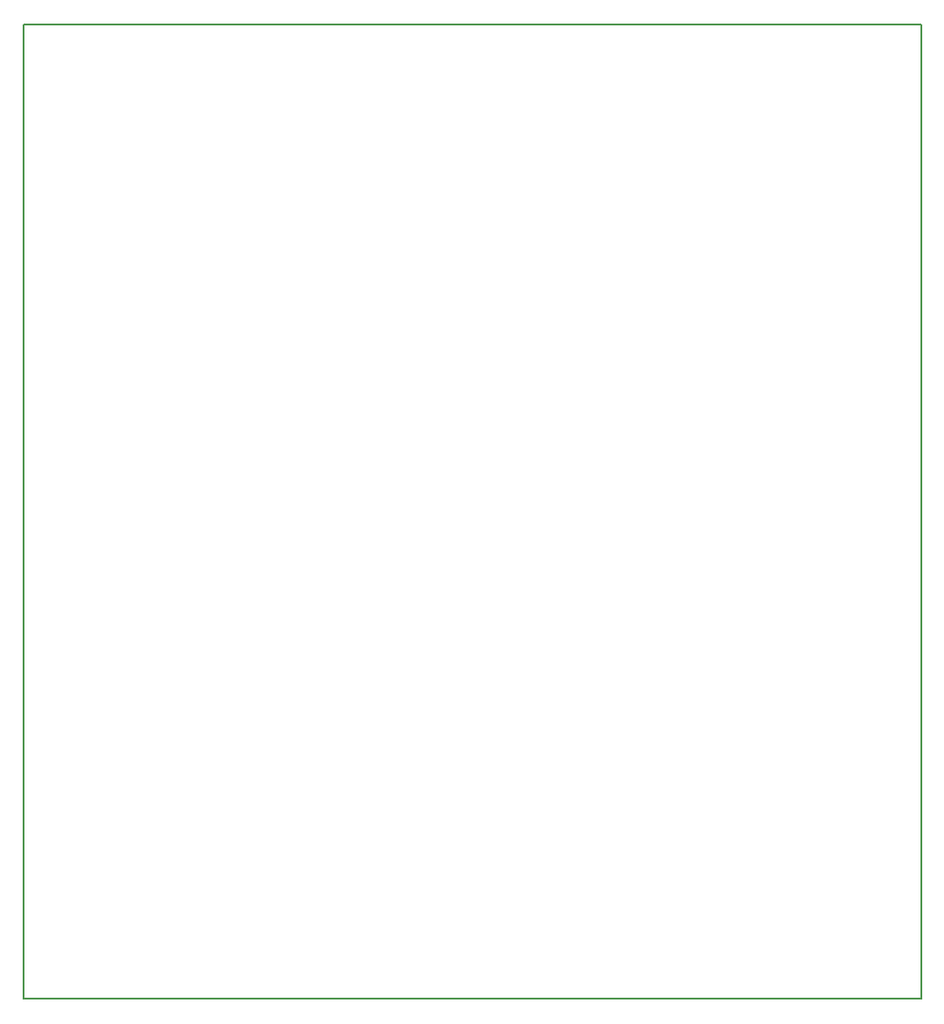
<source format=gbr>
G04 #@! TF.GenerationSoftware,KiCad,Pcbnew,5.1.5-52549c5~84~ubuntu18.04.1*
G04 #@! TF.CreationDate,2020-01-17T22:36:35+01:00*
G04 #@! TF.ProjectId,VFD,5646442e-6b69-4636-9164-5f7063625858,rev?*
G04 #@! TF.SameCoordinates,Original*
G04 #@! TF.FileFunction,Profile,NP*
%FSLAX46Y46*%
G04 Gerber Fmt 4.6, Leading zero omitted, Abs format (unit mm)*
G04 Created by KiCad (PCBNEW 5.1.5-52549c5~84~ubuntu18.04.1) date 2020-01-17 22:36:35*
%MOMM*%
%LPD*%
G04 APERTURE LIST*
%ADD10C,0.150000*%
G04 APERTURE END LIST*
D10*
X283337000Y-34036000D02*
X283337000Y-124968000D01*
X199517000Y-34036000D02*
X283337000Y-34036000D01*
X199517000Y-124968000D02*
X199517000Y-34036000D01*
X283337000Y-124968000D02*
X199517000Y-124968000D01*
M02*

</source>
